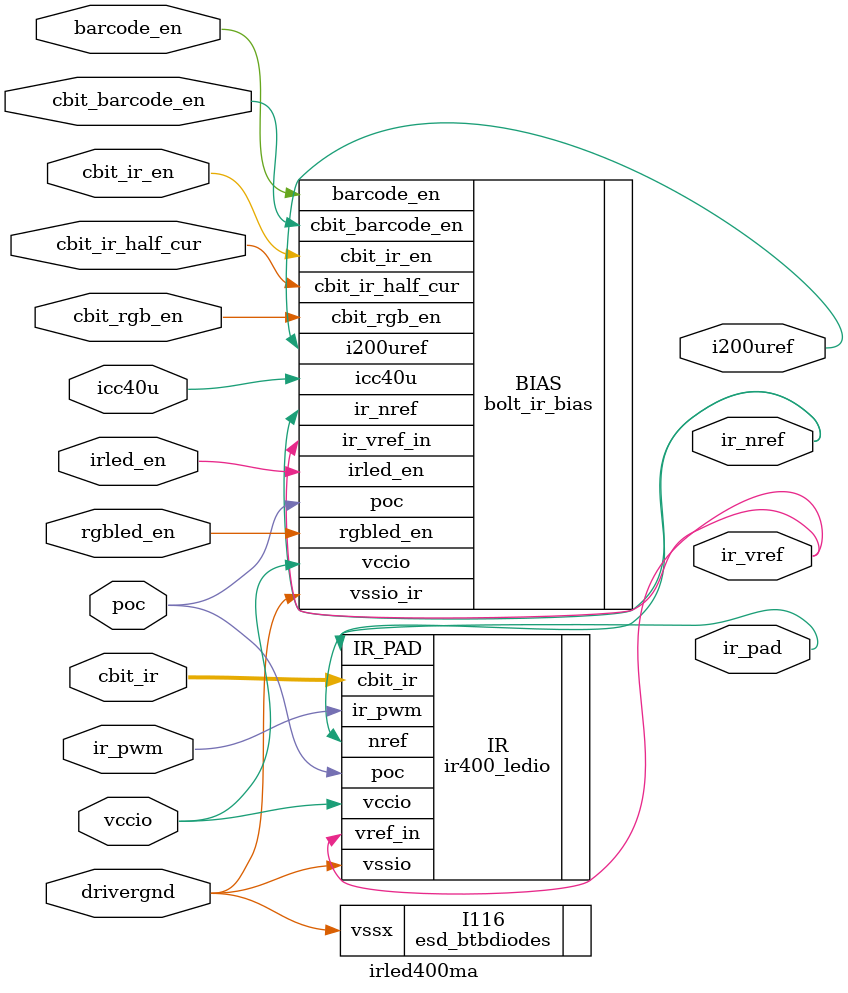
<source format=v>
`timescale 1ns / 10ps 
module irled400ma ( i200uref, ir_nref, ir_vref, drivergnd, ir_pad, vccio, barcode_en, cbit_barcode_en, cbit_ir, cbit_ir_en, cbit_ir_half_cur, cbit_rgb_en, icc40u, ir_pwm, irled_en, poc, rgbled_en );
output  i200uref, ir_nref, ir_vref;

inout  drivergnd, vccio;

output ir_pad;

input  barcode_en, cbit_barcode_en, cbit_ir_en, cbit_ir_half_cur, cbit_rgb_en, icc40u, ir_pwm, irled_en, poc, rgbled_en;

input [7:0]  cbit_ir;

// List of primary aliased buses

ir400_ledio IR ( .cbit_ir(cbit_ir[7:0]), .poc(poc), .vssio(drivergnd), .vccio(vccio), .IR_PAD(ir_pad), .ir_pwm(ir_pwm), .nref(ir_nref), .vref_in(ir_vref));
bolt_ir_bias BIAS ( .barcode_en(barcode_en), .cbit_barcode_en(cbit_barcode_en), .cbit_ir_half_cur(cbit_ir_half_cur), .i200uref(i200uref), .vssio_ir(drivergnd), .poc(poc), .icc40u(icc40u), .cbit_rgb_en(cbit_rgb_en), .cbit_ir_en(cbit_ir_en), .ir_nref(ir_nref), .ir_vref_in(ir_vref), .irled_en(irled_en), .rgbled_en(rgbled_en), .vccio(vccio));
esd_btbdiodes I116 ( .vssx(drivergnd));

endmodule

</source>
